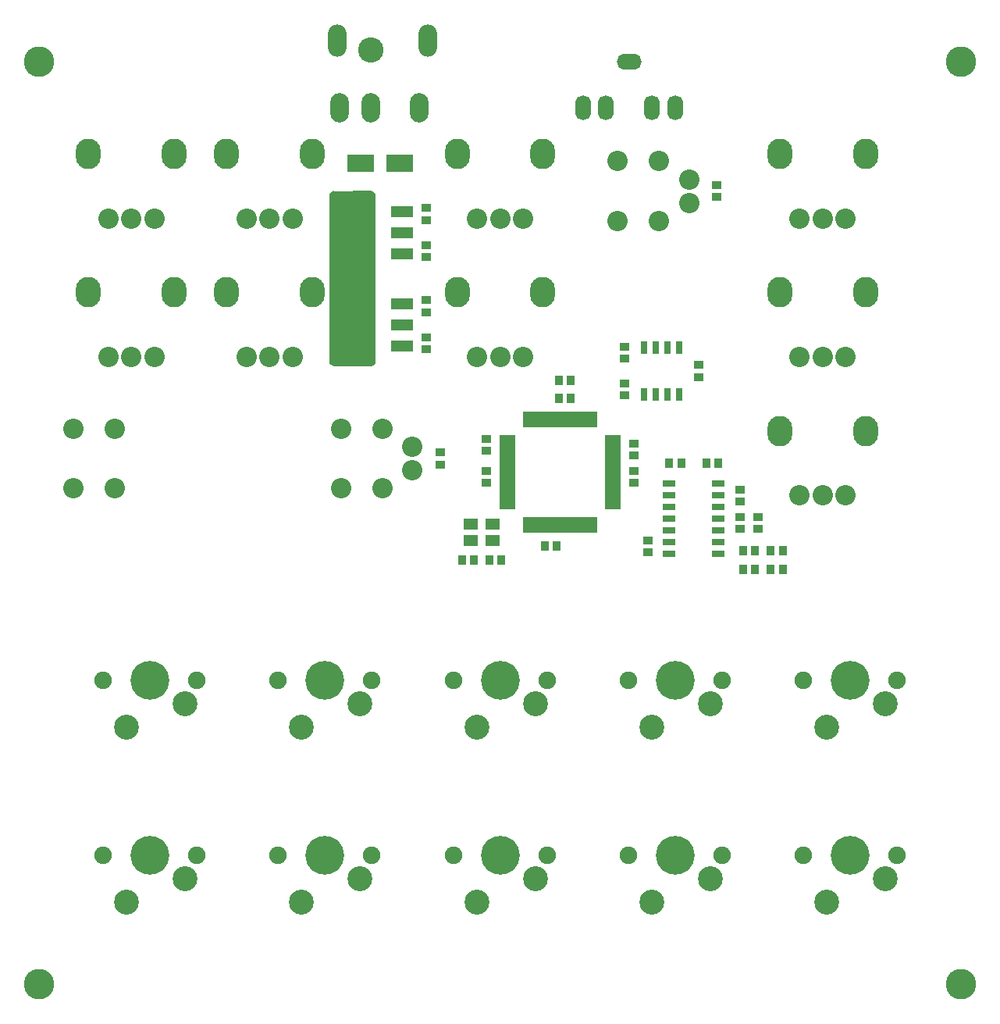
<source format=gts>
G04 Layer_Color=20142*
%FSLAX25Y25*%
%MOIN*%
G70*
G01*
G75*
%ADD38R,0.04343X0.03556*%
%ADD39R,0.03556X0.04343*%
%ADD40R,0.05446X0.03084*%
%ADD41R,0.11233X0.07690*%
%ADD42R,0.06706X0.01981*%
%ADD43R,0.01981X0.06706*%
%ADD44R,0.05918X0.04934*%
%ADD45R,0.09265X0.13595*%
%ADD46R,0.09265X0.04540*%
%ADD47R,0.03084X0.05446*%
%ADD48C,0.08674*%
%ADD49C,0.13005*%
%ADD50O,0.10642X0.13005*%
%ADD51O,0.10642X0.06706*%
%ADD52O,0.06706X0.10642*%
%ADD53O,0.07887X0.12611*%
%ADD54C,0.10822*%
%ADD55O,0.07887X0.13792*%
%ADD56C,0.16548*%
%ADD57C,0.10642*%
%ADD58C,0.07493*%
G36*
X555886Y751854D02*
X556537Y751419D01*
X556972Y750768D01*
X557125Y750000D01*
X557125Y750000D01*
X557087Y750000D01*
X557125Y679172D01*
X557125Y679172D01*
X556972Y678404D01*
X556537Y677753D01*
X555886Y677318D01*
X555118Y677165D01*
X555118Y677165D01*
X555118Y677204D01*
X539370Y677165D01*
X539370Y677165D01*
X538602Y677318D01*
X537951Y677753D01*
X537516Y678404D01*
X537363Y679172D01*
X537363Y679172D01*
X537402D01*
X537363Y750000D01*
Y750000D01*
X537516Y750768D01*
X537951Y751419D01*
X538602Y751854D01*
X539370Y752007D01*
X539370D01*
X539370Y751968D01*
X555118Y752007D01*
X555118Y752007D01*
X555886Y751854D01*
D02*
G37*
D38*
X584646Y635236D02*
D03*
Y640354D02*
D03*
X673228Y597835D02*
D03*
Y602953D02*
D03*
X604331Y646260D02*
D03*
Y641142D02*
D03*
X604331Y632480D02*
D03*
Y627362D02*
D03*
X702756Y749409D02*
D03*
Y754528D02*
D03*
X667323Y627362D02*
D03*
Y632480D02*
D03*
Y639173D02*
D03*
Y644291D02*
D03*
X712598Y612795D02*
D03*
Y607677D02*
D03*
Y624606D02*
D03*
Y619488D02*
D03*
X720472Y612795D02*
D03*
Y607677D02*
D03*
X578740Y689567D02*
D03*
Y684449D02*
D03*
X578740Y728937D02*
D03*
Y723819D02*
D03*
X578740Y700197D02*
D03*
Y705315D02*
D03*
X578740Y739567D02*
D03*
Y744685D02*
D03*
X663386Y685630D02*
D03*
Y680512D02*
D03*
Y669882D02*
D03*
Y664764D02*
D03*
X694882Y677756D02*
D03*
Y672638D02*
D03*
D39*
X629331Y600394D02*
D03*
X634449D02*
D03*
X610827Y594488D02*
D03*
X605709D02*
D03*
X593898D02*
D03*
X599016D02*
D03*
X640354Y663386D02*
D03*
X635236D02*
D03*
X640354Y671260D02*
D03*
X635236D02*
D03*
X682480Y635827D02*
D03*
X687598D02*
D03*
X703346D02*
D03*
X698228D02*
D03*
X730905Y598425D02*
D03*
X725787D02*
D03*
X730905Y590551D02*
D03*
X725787D02*
D03*
X719095Y598425D02*
D03*
X713976D02*
D03*
X719095Y590551D02*
D03*
X713976D02*
D03*
D40*
X682441Y627205D02*
D03*
Y622205D02*
D03*
Y617205D02*
D03*
Y612205D02*
D03*
Y607205D02*
D03*
Y602205D02*
D03*
Y597205D02*
D03*
X703386D02*
D03*
Y602205D02*
D03*
Y607205D02*
D03*
Y612205D02*
D03*
Y617205D02*
D03*
Y622205D02*
D03*
Y627205D02*
D03*
D41*
X567520Y763779D02*
D03*
X550591D02*
D03*
D42*
X658268Y646654D02*
D03*
Y644685D02*
D03*
Y642717D02*
D03*
Y640748D02*
D03*
Y638779D02*
D03*
Y636811D02*
D03*
Y634842D02*
D03*
Y632874D02*
D03*
Y630905D02*
D03*
Y628937D02*
D03*
Y626968D02*
D03*
Y625000D02*
D03*
Y623032D02*
D03*
Y621063D02*
D03*
Y619095D02*
D03*
Y617126D02*
D03*
X613386Y646654D02*
D03*
Y644685D02*
D03*
Y642717D02*
D03*
Y640748D02*
D03*
Y638779D02*
D03*
Y636811D02*
D03*
Y634842D02*
D03*
Y632874D02*
D03*
Y630905D02*
D03*
Y628937D02*
D03*
Y626968D02*
D03*
Y625000D02*
D03*
Y623032D02*
D03*
Y621063D02*
D03*
Y619095D02*
D03*
Y617126D02*
D03*
D43*
X650591Y609449D02*
D03*
X648622D02*
D03*
X646654D02*
D03*
X644685D02*
D03*
X642717D02*
D03*
X640748D02*
D03*
X638779D02*
D03*
X636811D02*
D03*
X634842D02*
D03*
X632874D02*
D03*
X630905D02*
D03*
X628937D02*
D03*
X626968D02*
D03*
X625000D02*
D03*
X623032D02*
D03*
X621063D02*
D03*
Y654331D02*
D03*
X623032D02*
D03*
X625000D02*
D03*
X626968D02*
D03*
X628937D02*
D03*
X630905D02*
D03*
X632874D02*
D03*
X634842D02*
D03*
X636811D02*
D03*
X638779D02*
D03*
X640748D02*
D03*
X642717D02*
D03*
X644685D02*
D03*
X646654D02*
D03*
X648622D02*
D03*
X650591D02*
D03*
D44*
X597835Y609941D02*
D03*
X606890D02*
D03*
Y602658D02*
D03*
X597835D02*
D03*
D45*
X545669Y734252D02*
D03*
Y694882D02*
D03*
D46*
X568504Y734252D02*
D03*
Y725197D02*
D03*
Y743307D02*
D03*
Y694882D02*
D03*
Y685827D02*
D03*
Y703937D02*
D03*
D47*
X686634Y685197D02*
D03*
X681634D02*
D03*
X676634D02*
D03*
X671634D02*
D03*
X676634Y665197D02*
D03*
X681634D02*
D03*
X686634D02*
D03*
X671634D02*
D03*
D48*
X690945Y756968D02*
D03*
Y746969D02*
D03*
X572835Y632795D02*
D03*
Y642795D02*
D03*
X445866Y650591D02*
D03*
Y625000D02*
D03*
X428150D02*
D03*
Y650591D02*
D03*
X560039Y650591D02*
D03*
Y625000D02*
D03*
X542323D02*
D03*
Y650591D02*
D03*
X660433Y739173D02*
D03*
Y764764D02*
D03*
X678150D02*
D03*
Y739173D02*
D03*
X521654Y681102D02*
D03*
X501968D02*
D03*
X511811D02*
D03*
X748032Y740158D02*
D03*
X738189D02*
D03*
X757874D02*
D03*
Y681102D02*
D03*
X738189D02*
D03*
X748032D02*
D03*
X757874Y622047D02*
D03*
X738189D02*
D03*
X748032D02*
D03*
X610236Y681102D02*
D03*
X600394D02*
D03*
X620079D02*
D03*
Y740158D02*
D03*
X600394D02*
D03*
X610236D02*
D03*
X511811D02*
D03*
X501968D02*
D03*
X521654D02*
D03*
X462598Y681102D02*
D03*
X442913D02*
D03*
X452756D02*
D03*
X462598Y740158D02*
D03*
X442913D02*
D03*
X452756D02*
D03*
D49*
X807087Y807087D02*
D03*
X413386D02*
D03*
X807087Y413386D02*
D03*
X413386D02*
D03*
D50*
X530118Y708661D02*
D03*
X493504D02*
D03*
X729724Y767717D02*
D03*
X766339D02*
D03*
Y708661D02*
D03*
X729724D02*
D03*
X766339Y649606D02*
D03*
X729724D02*
D03*
X591929Y708661D02*
D03*
X628543D02*
D03*
Y767717D02*
D03*
X591929D02*
D03*
X493504D02*
D03*
X530118D02*
D03*
X471063Y708661D02*
D03*
X434449D02*
D03*
X471063Y767717D02*
D03*
X434449D02*
D03*
D51*
X665354Y807087D02*
D03*
D52*
X645669Y787402D02*
D03*
X655512D02*
D03*
X685039D02*
D03*
X675197D02*
D03*
D53*
X575591D02*
D03*
X555118D02*
D03*
X541732D02*
D03*
D54*
X555118Y812205D02*
D03*
D55*
X579528Y816142D02*
D03*
X540551D02*
D03*
D56*
X759842Y468504D02*
D03*
X685039D02*
D03*
X610236D02*
D03*
X535433D02*
D03*
X460630D02*
D03*
X759842Y543307D02*
D03*
X685039D02*
D03*
X610236D02*
D03*
X535433D02*
D03*
X460630D02*
D03*
D57*
X774843Y458504D02*
D03*
X749843Y448504D02*
D03*
X675039D02*
D03*
X700039Y458504D02*
D03*
X625236D02*
D03*
X600236Y448504D02*
D03*
X525433D02*
D03*
X550433Y458504D02*
D03*
X475630D02*
D03*
X450630Y448504D02*
D03*
X749843Y523307D02*
D03*
X774843Y533307D02*
D03*
X700039D02*
D03*
X675039Y523307D02*
D03*
X600236D02*
D03*
X625236Y533307D02*
D03*
X550433D02*
D03*
X525433Y523307D02*
D03*
X450630D02*
D03*
X475630Y533307D02*
D03*
D58*
X739843Y468504D02*
D03*
X779843D02*
D03*
X705039D02*
D03*
X665039D02*
D03*
X590236D02*
D03*
X630236D02*
D03*
X555433D02*
D03*
X515433D02*
D03*
X440630D02*
D03*
X480630D02*
D03*
X779843Y543307D02*
D03*
X739843D02*
D03*
X665039D02*
D03*
X705039D02*
D03*
X630236D02*
D03*
X590236D02*
D03*
X515433D02*
D03*
X555433D02*
D03*
X480630D02*
D03*
X440630D02*
D03*
M02*

</source>
